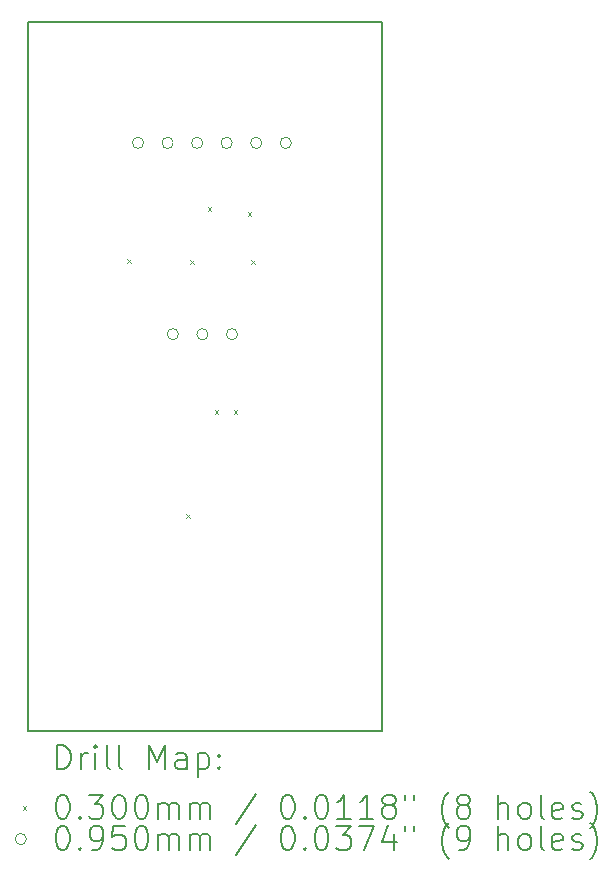
<source format=gbr>
%TF.GenerationSoftware,KiCad,Pcbnew,9.0.4*%
%TF.CreationDate,2025-10-04T14:05:03+04:00*%
%TF.ProjectId,handheld1_motion4sim_FO41AFC70E184,68616e64-6865-46c6-9431-5f6d6f74696f,rev?*%
%TF.SameCoordinates,Original*%
%TF.FileFunction,Drillmap*%
%TF.FilePolarity,Positive*%
%FSLAX45Y45*%
G04 Gerber Fmt 4.5, Leading zero omitted, Abs format (unit mm)*
G04 Created by KiCad (PCBNEW 9.0.4) date 2025-10-04 14:05:03*
%MOMM*%
%LPD*%
G01*
G04 APERTURE LIST*
%ADD10C,0.200000*%
%ADD11C,0.100000*%
G04 APERTURE END LIST*
D10*
X13140000Y-6580000D02*
X16140000Y-6580000D01*
X16140000Y-12580000D01*
X13140000Y-12580000D01*
X13140000Y-6580000D01*
D11*
X13985000Y-8585000D02*
X14015000Y-8615000D01*
X14015000Y-8585000D02*
X13985000Y-8615000D01*
X14485000Y-10745000D02*
X14515000Y-10775000D01*
X14515000Y-10745000D02*
X14485000Y-10775000D01*
X14515000Y-8595000D02*
X14545000Y-8625000D01*
X14545000Y-8595000D02*
X14515000Y-8625000D01*
X14665000Y-8145000D02*
X14695000Y-8175000D01*
X14695000Y-8145000D02*
X14665000Y-8175000D01*
X14725000Y-9865000D02*
X14755000Y-9895000D01*
X14755000Y-9865000D02*
X14725000Y-9895000D01*
X14885000Y-9865000D02*
X14915000Y-9895000D01*
X14915000Y-9865000D02*
X14885000Y-9895000D01*
X15005000Y-8185000D02*
X15035000Y-8215000D01*
X15035000Y-8185000D02*
X15005000Y-8215000D01*
X15035000Y-8595000D02*
X15065000Y-8625000D01*
X15065000Y-8595000D02*
X15035000Y-8625000D01*
X14122500Y-7600000D02*
G75*
G02*
X14027500Y-7600000I-47500J0D01*
G01*
X14027500Y-7600000D02*
G75*
G02*
X14122500Y-7600000I47500J0D01*
G01*
X14372500Y-7600000D02*
G75*
G02*
X14277500Y-7600000I-47500J0D01*
G01*
X14277500Y-7600000D02*
G75*
G02*
X14372500Y-7600000I47500J0D01*
G01*
X14417500Y-9220000D02*
G75*
G02*
X14322500Y-9220000I-47500J0D01*
G01*
X14322500Y-9220000D02*
G75*
G02*
X14417500Y-9220000I47500J0D01*
G01*
X14622500Y-7600000D02*
G75*
G02*
X14527500Y-7600000I-47500J0D01*
G01*
X14527500Y-7600000D02*
G75*
G02*
X14622500Y-7600000I47500J0D01*
G01*
X14667500Y-9220000D02*
G75*
G02*
X14572500Y-9220000I-47500J0D01*
G01*
X14572500Y-9220000D02*
G75*
G02*
X14667500Y-9220000I47500J0D01*
G01*
X14872500Y-7600000D02*
G75*
G02*
X14777500Y-7600000I-47500J0D01*
G01*
X14777500Y-7600000D02*
G75*
G02*
X14872500Y-7600000I47500J0D01*
G01*
X14917500Y-9220000D02*
G75*
G02*
X14822500Y-9220000I-47500J0D01*
G01*
X14822500Y-9220000D02*
G75*
G02*
X14917500Y-9220000I47500J0D01*
G01*
X15122500Y-7600000D02*
G75*
G02*
X15027500Y-7600000I-47500J0D01*
G01*
X15027500Y-7600000D02*
G75*
G02*
X15122500Y-7600000I47500J0D01*
G01*
X15372500Y-7600000D02*
G75*
G02*
X15277500Y-7600000I-47500J0D01*
G01*
X15277500Y-7600000D02*
G75*
G02*
X15372500Y-7600000I47500J0D01*
G01*
D10*
X13390777Y-12901484D02*
X13390777Y-12701484D01*
X13390777Y-12701484D02*
X13438396Y-12701484D01*
X13438396Y-12701484D02*
X13466967Y-12711008D01*
X13466967Y-12711008D02*
X13486015Y-12730055D01*
X13486015Y-12730055D02*
X13495539Y-12749103D01*
X13495539Y-12749103D02*
X13505062Y-12787198D01*
X13505062Y-12787198D02*
X13505062Y-12815769D01*
X13505062Y-12815769D02*
X13495539Y-12853865D01*
X13495539Y-12853865D02*
X13486015Y-12872912D01*
X13486015Y-12872912D02*
X13466967Y-12891960D01*
X13466967Y-12891960D02*
X13438396Y-12901484D01*
X13438396Y-12901484D02*
X13390777Y-12901484D01*
X13590777Y-12901484D02*
X13590777Y-12768150D01*
X13590777Y-12806246D02*
X13600301Y-12787198D01*
X13600301Y-12787198D02*
X13609824Y-12777674D01*
X13609824Y-12777674D02*
X13628872Y-12768150D01*
X13628872Y-12768150D02*
X13647920Y-12768150D01*
X13714586Y-12901484D02*
X13714586Y-12768150D01*
X13714586Y-12701484D02*
X13705062Y-12711008D01*
X13705062Y-12711008D02*
X13714586Y-12720531D01*
X13714586Y-12720531D02*
X13724110Y-12711008D01*
X13724110Y-12711008D02*
X13714586Y-12701484D01*
X13714586Y-12701484D02*
X13714586Y-12720531D01*
X13838396Y-12901484D02*
X13819348Y-12891960D01*
X13819348Y-12891960D02*
X13809824Y-12872912D01*
X13809824Y-12872912D02*
X13809824Y-12701484D01*
X13943158Y-12901484D02*
X13924110Y-12891960D01*
X13924110Y-12891960D02*
X13914586Y-12872912D01*
X13914586Y-12872912D02*
X13914586Y-12701484D01*
X14171729Y-12901484D02*
X14171729Y-12701484D01*
X14171729Y-12701484D02*
X14238396Y-12844341D01*
X14238396Y-12844341D02*
X14305062Y-12701484D01*
X14305062Y-12701484D02*
X14305062Y-12901484D01*
X14486015Y-12901484D02*
X14486015Y-12796722D01*
X14486015Y-12796722D02*
X14476491Y-12777674D01*
X14476491Y-12777674D02*
X14457443Y-12768150D01*
X14457443Y-12768150D02*
X14419348Y-12768150D01*
X14419348Y-12768150D02*
X14400301Y-12777674D01*
X14486015Y-12891960D02*
X14466967Y-12901484D01*
X14466967Y-12901484D02*
X14419348Y-12901484D01*
X14419348Y-12901484D02*
X14400301Y-12891960D01*
X14400301Y-12891960D02*
X14390777Y-12872912D01*
X14390777Y-12872912D02*
X14390777Y-12853865D01*
X14390777Y-12853865D02*
X14400301Y-12834817D01*
X14400301Y-12834817D02*
X14419348Y-12825293D01*
X14419348Y-12825293D02*
X14466967Y-12825293D01*
X14466967Y-12825293D02*
X14486015Y-12815769D01*
X14581253Y-12768150D02*
X14581253Y-12968150D01*
X14581253Y-12777674D02*
X14600301Y-12768150D01*
X14600301Y-12768150D02*
X14638396Y-12768150D01*
X14638396Y-12768150D02*
X14657443Y-12777674D01*
X14657443Y-12777674D02*
X14666967Y-12787198D01*
X14666967Y-12787198D02*
X14676491Y-12806246D01*
X14676491Y-12806246D02*
X14676491Y-12863388D01*
X14676491Y-12863388D02*
X14666967Y-12882436D01*
X14666967Y-12882436D02*
X14657443Y-12891960D01*
X14657443Y-12891960D02*
X14638396Y-12901484D01*
X14638396Y-12901484D02*
X14600301Y-12901484D01*
X14600301Y-12901484D02*
X14581253Y-12891960D01*
X14762205Y-12882436D02*
X14771729Y-12891960D01*
X14771729Y-12891960D02*
X14762205Y-12901484D01*
X14762205Y-12901484D02*
X14752682Y-12891960D01*
X14752682Y-12891960D02*
X14762205Y-12882436D01*
X14762205Y-12882436D02*
X14762205Y-12901484D01*
X14762205Y-12777674D02*
X14771729Y-12787198D01*
X14771729Y-12787198D02*
X14762205Y-12796722D01*
X14762205Y-12796722D02*
X14752682Y-12787198D01*
X14752682Y-12787198D02*
X14762205Y-12777674D01*
X14762205Y-12777674D02*
X14762205Y-12796722D01*
D11*
X13100000Y-13215000D02*
X13130000Y-13245000D01*
X13130000Y-13215000D02*
X13100000Y-13245000D01*
D10*
X13428872Y-13121484D02*
X13447920Y-13121484D01*
X13447920Y-13121484D02*
X13466967Y-13131008D01*
X13466967Y-13131008D02*
X13476491Y-13140531D01*
X13476491Y-13140531D02*
X13486015Y-13159579D01*
X13486015Y-13159579D02*
X13495539Y-13197674D01*
X13495539Y-13197674D02*
X13495539Y-13245293D01*
X13495539Y-13245293D02*
X13486015Y-13283388D01*
X13486015Y-13283388D02*
X13476491Y-13302436D01*
X13476491Y-13302436D02*
X13466967Y-13311960D01*
X13466967Y-13311960D02*
X13447920Y-13321484D01*
X13447920Y-13321484D02*
X13428872Y-13321484D01*
X13428872Y-13321484D02*
X13409824Y-13311960D01*
X13409824Y-13311960D02*
X13400301Y-13302436D01*
X13400301Y-13302436D02*
X13390777Y-13283388D01*
X13390777Y-13283388D02*
X13381253Y-13245293D01*
X13381253Y-13245293D02*
X13381253Y-13197674D01*
X13381253Y-13197674D02*
X13390777Y-13159579D01*
X13390777Y-13159579D02*
X13400301Y-13140531D01*
X13400301Y-13140531D02*
X13409824Y-13131008D01*
X13409824Y-13131008D02*
X13428872Y-13121484D01*
X13581253Y-13302436D02*
X13590777Y-13311960D01*
X13590777Y-13311960D02*
X13581253Y-13321484D01*
X13581253Y-13321484D02*
X13571729Y-13311960D01*
X13571729Y-13311960D02*
X13581253Y-13302436D01*
X13581253Y-13302436D02*
X13581253Y-13321484D01*
X13657443Y-13121484D02*
X13781253Y-13121484D01*
X13781253Y-13121484D02*
X13714586Y-13197674D01*
X13714586Y-13197674D02*
X13743158Y-13197674D01*
X13743158Y-13197674D02*
X13762205Y-13207198D01*
X13762205Y-13207198D02*
X13771729Y-13216722D01*
X13771729Y-13216722D02*
X13781253Y-13235769D01*
X13781253Y-13235769D02*
X13781253Y-13283388D01*
X13781253Y-13283388D02*
X13771729Y-13302436D01*
X13771729Y-13302436D02*
X13762205Y-13311960D01*
X13762205Y-13311960D02*
X13743158Y-13321484D01*
X13743158Y-13321484D02*
X13686015Y-13321484D01*
X13686015Y-13321484D02*
X13666967Y-13311960D01*
X13666967Y-13311960D02*
X13657443Y-13302436D01*
X13905062Y-13121484D02*
X13924110Y-13121484D01*
X13924110Y-13121484D02*
X13943158Y-13131008D01*
X13943158Y-13131008D02*
X13952682Y-13140531D01*
X13952682Y-13140531D02*
X13962205Y-13159579D01*
X13962205Y-13159579D02*
X13971729Y-13197674D01*
X13971729Y-13197674D02*
X13971729Y-13245293D01*
X13971729Y-13245293D02*
X13962205Y-13283388D01*
X13962205Y-13283388D02*
X13952682Y-13302436D01*
X13952682Y-13302436D02*
X13943158Y-13311960D01*
X13943158Y-13311960D02*
X13924110Y-13321484D01*
X13924110Y-13321484D02*
X13905062Y-13321484D01*
X13905062Y-13321484D02*
X13886015Y-13311960D01*
X13886015Y-13311960D02*
X13876491Y-13302436D01*
X13876491Y-13302436D02*
X13866967Y-13283388D01*
X13866967Y-13283388D02*
X13857443Y-13245293D01*
X13857443Y-13245293D02*
X13857443Y-13197674D01*
X13857443Y-13197674D02*
X13866967Y-13159579D01*
X13866967Y-13159579D02*
X13876491Y-13140531D01*
X13876491Y-13140531D02*
X13886015Y-13131008D01*
X13886015Y-13131008D02*
X13905062Y-13121484D01*
X14095539Y-13121484D02*
X14114586Y-13121484D01*
X14114586Y-13121484D02*
X14133634Y-13131008D01*
X14133634Y-13131008D02*
X14143158Y-13140531D01*
X14143158Y-13140531D02*
X14152682Y-13159579D01*
X14152682Y-13159579D02*
X14162205Y-13197674D01*
X14162205Y-13197674D02*
X14162205Y-13245293D01*
X14162205Y-13245293D02*
X14152682Y-13283388D01*
X14152682Y-13283388D02*
X14143158Y-13302436D01*
X14143158Y-13302436D02*
X14133634Y-13311960D01*
X14133634Y-13311960D02*
X14114586Y-13321484D01*
X14114586Y-13321484D02*
X14095539Y-13321484D01*
X14095539Y-13321484D02*
X14076491Y-13311960D01*
X14076491Y-13311960D02*
X14066967Y-13302436D01*
X14066967Y-13302436D02*
X14057443Y-13283388D01*
X14057443Y-13283388D02*
X14047920Y-13245293D01*
X14047920Y-13245293D02*
X14047920Y-13197674D01*
X14047920Y-13197674D02*
X14057443Y-13159579D01*
X14057443Y-13159579D02*
X14066967Y-13140531D01*
X14066967Y-13140531D02*
X14076491Y-13131008D01*
X14076491Y-13131008D02*
X14095539Y-13121484D01*
X14247920Y-13321484D02*
X14247920Y-13188150D01*
X14247920Y-13207198D02*
X14257443Y-13197674D01*
X14257443Y-13197674D02*
X14276491Y-13188150D01*
X14276491Y-13188150D02*
X14305063Y-13188150D01*
X14305063Y-13188150D02*
X14324110Y-13197674D01*
X14324110Y-13197674D02*
X14333634Y-13216722D01*
X14333634Y-13216722D02*
X14333634Y-13321484D01*
X14333634Y-13216722D02*
X14343158Y-13197674D01*
X14343158Y-13197674D02*
X14362205Y-13188150D01*
X14362205Y-13188150D02*
X14390777Y-13188150D01*
X14390777Y-13188150D02*
X14409824Y-13197674D01*
X14409824Y-13197674D02*
X14419348Y-13216722D01*
X14419348Y-13216722D02*
X14419348Y-13321484D01*
X14514586Y-13321484D02*
X14514586Y-13188150D01*
X14514586Y-13207198D02*
X14524110Y-13197674D01*
X14524110Y-13197674D02*
X14543158Y-13188150D01*
X14543158Y-13188150D02*
X14571729Y-13188150D01*
X14571729Y-13188150D02*
X14590777Y-13197674D01*
X14590777Y-13197674D02*
X14600301Y-13216722D01*
X14600301Y-13216722D02*
X14600301Y-13321484D01*
X14600301Y-13216722D02*
X14609824Y-13197674D01*
X14609824Y-13197674D02*
X14628872Y-13188150D01*
X14628872Y-13188150D02*
X14657443Y-13188150D01*
X14657443Y-13188150D02*
X14676491Y-13197674D01*
X14676491Y-13197674D02*
X14686015Y-13216722D01*
X14686015Y-13216722D02*
X14686015Y-13321484D01*
X15076491Y-13111960D02*
X14905063Y-13369103D01*
X15333634Y-13121484D02*
X15352682Y-13121484D01*
X15352682Y-13121484D02*
X15371729Y-13131008D01*
X15371729Y-13131008D02*
X15381253Y-13140531D01*
X15381253Y-13140531D02*
X15390777Y-13159579D01*
X15390777Y-13159579D02*
X15400301Y-13197674D01*
X15400301Y-13197674D02*
X15400301Y-13245293D01*
X15400301Y-13245293D02*
X15390777Y-13283388D01*
X15390777Y-13283388D02*
X15381253Y-13302436D01*
X15381253Y-13302436D02*
X15371729Y-13311960D01*
X15371729Y-13311960D02*
X15352682Y-13321484D01*
X15352682Y-13321484D02*
X15333634Y-13321484D01*
X15333634Y-13321484D02*
X15314586Y-13311960D01*
X15314586Y-13311960D02*
X15305063Y-13302436D01*
X15305063Y-13302436D02*
X15295539Y-13283388D01*
X15295539Y-13283388D02*
X15286015Y-13245293D01*
X15286015Y-13245293D02*
X15286015Y-13197674D01*
X15286015Y-13197674D02*
X15295539Y-13159579D01*
X15295539Y-13159579D02*
X15305063Y-13140531D01*
X15305063Y-13140531D02*
X15314586Y-13131008D01*
X15314586Y-13131008D02*
X15333634Y-13121484D01*
X15486015Y-13302436D02*
X15495539Y-13311960D01*
X15495539Y-13311960D02*
X15486015Y-13321484D01*
X15486015Y-13321484D02*
X15476491Y-13311960D01*
X15476491Y-13311960D02*
X15486015Y-13302436D01*
X15486015Y-13302436D02*
X15486015Y-13321484D01*
X15619348Y-13121484D02*
X15638396Y-13121484D01*
X15638396Y-13121484D02*
X15657444Y-13131008D01*
X15657444Y-13131008D02*
X15666967Y-13140531D01*
X15666967Y-13140531D02*
X15676491Y-13159579D01*
X15676491Y-13159579D02*
X15686015Y-13197674D01*
X15686015Y-13197674D02*
X15686015Y-13245293D01*
X15686015Y-13245293D02*
X15676491Y-13283388D01*
X15676491Y-13283388D02*
X15666967Y-13302436D01*
X15666967Y-13302436D02*
X15657444Y-13311960D01*
X15657444Y-13311960D02*
X15638396Y-13321484D01*
X15638396Y-13321484D02*
X15619348Y-13321484D01*
X15619348Y-13321484D02*
X15600301Y-13311960D01*
X15600301Y-13311960D02*
X15590777Y-13302436D01*
X15590777Y-13302436D02*
X15581253Y-13283388D01*
X15581253Y-13283388D02*
X15571729Y-13245293D01*
X15571729Y-13245293D02*
X15571729Y-13197674D01*
X15571729Y-13197674D02*
X15581253Y-13159579D01*
X15581253Y-13159579D02*
X15590777Y-13140531D01*
X15590777Y-13140531D02*
X15600301Y-13131008D01*
X15600301Y-13131008D02*
X15619348Y-13121484D01*
X15876491Y-13321484D02*
X15762206Y-13321484D01*
X15819348Y-13321484D02*
X15819348Y-13121484D01*
X15819348Y-13121484D02*
X15800301Y-13150055D01*
X15800301Y-13150055D02*
X15781253Y-13169103D01*
X15781253Y-13169103D02*
X15762206Y-13178627D01*
X16066967Y-13321484D02*
X15952682Y-13321484D01*
X16009825Y-13321484D02*
X16009825Y-13121484D01*
X16009825Y-13121484D02*
X15990777Y-13150055D01*
X15990777Y-13150055D02*
X15971729Y-13169103D01*
X15971729Y-13169103D02*
X15952682Y-13178627D01*
X16181253Y-13207198D02*
X16162206Y-13197674D01*
X16162206Y-13197674D02*
X16152682Y-13188150D01*
X16152682Y-13188150D02*
X16143158Y-13169103D01*
X16143158Y-13169103D02*
X16143158Y-13159579D01*
X16143158Y-13159579D02*
X16152682Y-13140531D01*
X16152682Y-13140531D02*
X16162206Y-13131008D01*
X16162206Y-13131008D02*
X16181253Y-13121484D01*
X16181253Y-13121484D02*
X16219348Y-13121484D01*
X16219348Y-13121484D02*
X16238396Y-13131008D01*
X16238396Y-13131008D02*
X16247920Y-13140531D01*
X16247920Y-13140531D02*
X16257444Y-13159579D01*
X16257444Y-13159579D02*
X16257444Y-13169103D01*
X16257444Y-13169103D02*
X16247920Y-13188150D01*
X16247920Y-13188150D02*
X16238396Y-13197674D01*
X16238396Y-13197674D02*
X16219348Y-13207198D01*
X16219348Y-13207198D02*
X16181253Y-13207198D01*
X16181253Y-13207198D02*
X16162206Y-13216722D01*
X16162206Y-13216722D02*
X16152682Y-13226246D01*
X16152682Y-13226246D02*
X16143158Y-13245293D01*
X16143158Y-13245293D02*
X16143158Y-13283388D01*
X16143158Y-13283388D02*
X16152682Y-13302436D01*
X16152682Y-13302436D02*
X16162206Y-13311960D01*
X16162206Y-13311960D02*
X16181253Y-13321484D01*
X16181253Y-13321484D02*
X16219348Y-13321484D01*
X16219348Y-13321484D02*
X16238396Y-13311960D01*
X16238396Y-13311960D02*
X16247920Y-13302436D01*
X16247920Y-13302436D02*
X16257444Y-13283388D01*
X16257444Y-13283388D02*
X16257444Y-13245293D01*
X16257444Y-13245293D02*
X16247920Y-13226246D01*
X16247920Y-13226246D02*
X16238396Y-13216722D01*
X16238396Y-13216722D02*
X16219348Y-13207198D01*
X16333634Y-13121484D02*
X16333634Y-13159579D01*
X16409825Y-13121484D02*
X16409825Y-13159579D01*
X16705063Y-13397674D02*
X16695539Y-13388150D01*
X16695539Y-13388150D02*
X16676491Y-13359579D01*
X16676491Y-13359579D02*
X16666968Y-13340531D01*
X16666968Y-13340531D02*
X16657444Y-13311960D01*
X16657444Y-13311960D02*
X16647920Y-13264341D01*
X16647920Y-13264341D02*
X16647920Y-13226246D01*
X16647920Y-13226246D02*
X16657444Y-13178627D01*
X16657444Y-13178627D02*
X16666968Y-13150055D01*
X16666968Y-13150055D02*
X16676491Y-13131008D01*
X16676491Y-13131008D02*
X16695539Y-13102436D01*
X16695539Y-13102436D02*
X16705063Y-13092912D01*
X16809825Y-13207198D02*
X16790777Y-13197674D01*
X16790777Y-13197674D02*
X16781253Y-13188150D01*
X16781253Y-13188150D02*
X16771729Y-13169103D01*
X16771729Y-13169103D02*
X16771729Y-13159579D01*
X16771729Y-13159579D02*
X16781253Y-13140531D01*
X16781253Y-13140531D02*
X16790777Y-13131008D01*
X16790777Y-13131008D02*
X16809825Y-13121484D01*
X16809825Y-13121484D02*
X16847920Y-13121484D01*
X16847920Y-13121484D02*
X16866968Y-13131008D01*
X16866968Y-13131008D02*
X16876491Y-13140531D01*
X16876491Y-13140531D02*
X16886015Y-13159579D01*
X16886015Y-13159579D02*
X16886015Y-13169103D01*
X16886015Y-13169103D02*
X16876491Y-13188150D01*
X16876491Y-13188150D02*
X16866968Y-13197674D01*
X16866968Y-13197674D02*
X16847920Y-13207198D01*
X16847920Y-13207198D02*
X16809825Y-13207198D01*
X16809825Y-13207198D02*
X16790777Y-13216722D01*
X16790777Y-13216722D02*
X16781253Y-13226246D01*
X16781253Y-13226246D02*
X16771729Y-13245293D01*
X16771729Y-13245293D02*
X16771729Y-13283388D01*
X16771729Y-13283388D02*
X16781253Y-13302436D01*
X16781253Y-13302436D02*
X16790777Y-13311960D01*
X16790777Y-13311960D02*
X16809825Y-13321484D01*
X16809825Y-13321484D02*
X16847920Y-13321484D01*
X16847920Y-13321484D02*
X16866968Y-13311960D01*
X16866968Y-13311960D02*
X16876491Y-13302436D01*
X16876491Y-13302436D02*
X16886015Y-13283388D01*
X16886015Y-13283388D02*
X16886015Y-13245293D01*
X16886015Y-13245293D02*
X16876491Y-13226246D01*
X16876491Y-13226246D02*
X16866968Y-13216722D01*
X16866968Y-13216722D02*
X16847920Y-13207198D01*
X17124111Y-13321484D02*
X17124111Y-13121484D01*
X17209825Y-13321484D02*
X17209825Y-13216722D01*
X17209825Y-13216722D02*
X17200301Y-13197674D01*
X17200301Y-13197674D02*
X17181253Y-13188150D01*
X17181253Y-13188150D02*
X17152682Y-13188150D01*
X17152682Y-13188150D02*
X17133634Y-13197674D01*
X17133634Y-13197674D02*
X17124111Y-13207198D01*
X17333634Y-13321484D02*
X17314587Y-13311960D01*
X17314587Y-13311960D02*
X17305063Y-13302436D01*
X17305063Y-13302436D02*
X17295539Y-13283388D01*
X17295539Y-13283388D02*
X17295539Y-13226246D01*
X17295539Y-13226246D02*
X17305063Y-13207198D01*
X17305063Y-13207198D02*
X17314587Y-13197674D01*
X17314587Y-13197674D02*
X17333634Y-13188150D01*
X17333634Y-13188150D02*
X17362206Y-13188150D01*
X17362206Y-13188150D02*
X17381253Y-13197674D01*
X17381253Y-13197674D02*
X17390777Y-13207198D01*
X17390777Y-13207198D02*
X17400301Y-13226246D01*
X17400301Y-13226246D02*
X17400301Y-13283388D01*
X17400301Y-13283388D02*
X17390777Y-13302436D01*
X17390777Y-13302436D02*
X17381253Y-13311960D01*
X17381253Y-13311960D02*
X17362206Y-13321484D01*
X17362206Y-13321484D02*
X17333634Y-13321484D01*
X17514587Y-13321484D02*
X17495539Y-13311960D01*
X17495539Y-13311960D02*
X17486015Y-13292912D01*
X17486015Y-13292912D02*
X17486015Y-13121484D01*
X17666968Y-13311960D02*
X17647920Y-13321484D01*
X17647920Y-13321484D02*
X17609825Y-13321484D01*
X17609825Y-13321484D02*
X17590777Y-13311960D01*
X17590777Y-13311960D02*
X17581253Y-13292912D01*
X17581253Y-13292912D02*
X17581253Y-13216722D01*
X17581253Y-13216722D02*
X17590777Y-13197674D01*
X17590777Y-13197674D02*
X17609825Y-13188150D01*
X17609825Y-13188150D02*
X17647920Y-13188150D01*
X17647920Y-13188150D02*
X17666968Y-13197674D01*
X17666968Y-13197674D02*
X17676492Y-13216722D01*
X17676492Y-13216722D02*
X17676492Y-13235769D01*
X17676492Y-13235769D02*
X17581253Y-13254817D01*
X17752682Y-13311960D02*
X17771730Y-13321484D01*
X17771730Y-13321484D02*
X17809825Y-13321484D01*
X17809825Y-13321484D02*
X17828873Y-13311960D01*
X17828873Y-13311960D02*
X17838396Y-13292912D01*
X17838396Y-13292912D02*
X17838396Y-13283388D01*
X17838396Y-13283388D02*
X17828873Y-13264341D01*
X17828873Y-13264341D02*
X17809825Y-13254817D01*
X17809825Y-13254817D02*
X17781253Y-13254817D01*
X17781253Y-13254817D02*
X17762206Y-13245293D01*
X17762206Y-13245293D02*
X17752682Y-13226246D01*
X17752682Y-13226246D02*
X17752682Y-13216722D01*
X17752682Y-13216722D02*
X17762206Y-13197674D01*
X17762206Y-13197674D02*
X17781253Y-13188150D01*
X17781253Y-13188150D02*
X17809825Y-13188150D01*
X17809825Y-13188150D02*
X17828873Y-13197674D01*
X17905063Y-13397674D02*
X17914587Y-13388150D01*
X17914587Y-13388150D02*
X17933634Y-13359579D01*
X17933634Y-13359579D02*
X17943158Y-13340531D01*
X17943158Y-13340531D02*
X17952682Y-13311960D01*
X17952682Y-13311960D02*
X17962206Y-13264341D01*
X17962206Y-13264341D02*
X17962206Y-13226246D01*
X17962206Y-13226246D02*
X17952682Y-13178627D01*
X17952682Y-13178627D02*
X17943158Y-13150055D01*
X17943158Y-13150055D02*
X17933634Y-13131008D01*
X17933634Y-13131008D02*
X17914587Y-13102436D01*
X17914587Y-13102436D02*
X17905063Y-13092912D01*
D11*
X13130000Y-13494000D02*
G75*
G02*
X13035000Y-13494000I-47500J0D01*
G01*
X13035000Y-13494000D02*
G75*
G02*
X13130000Y-13494000I47500J0D01*
G01*
D10*
X13428872Y-13385484D02*
X13447920Y-13385484D01*
X13447920Y-13385484D02*
X13466967Y-13395008D01*
X13466967Y-13395008D02*
X13476491Y-13404531D01*
X13476491Y-13404531D02*
X13486015Y-13423579D01*
X13486015Y-13423579D02*
X13495539Y-13461674D01*
X13495539Y-13461674D02*
X13495539Y-13509293D01*
X13495539Y-13509293D02*
X13486015Y-13547388D01*
X13486015Y-13547388D02*
X13476491Y-13566436D01*
X13476491Y-13566436D02*
X13466967Y-13575960D01*
X13466967Y-13575960D02*
X13447920Y-13585484D01*
X13447920Y-13585484D02*
X13428872Y-13585484D01*
X13428872Y-13585484D02*
X13409824Y-13575960D01*
X13409824Y-13575960D02*
X13400301Y-13566436D01*
X13400301Y-13566436D02*
X13390777Y-13547388D01*
X13390777Y-13547388D02*
X13381253Y-13509293D01*
X13381253Y-13509293D02*
X13381253Y-13461674D01*
X13381253Y-13461674D02*
X13390777Y-13423579D01*
X13390777Y-13423579D02*
X13400301Y-13404531D01*
X13400301Y-13404531D02*
X13409824Y-13395008D01*
X13409824Y-13395008D02*
X13428872Y-13385484D01*
X13581253Y-13566436D02*
X13590777Y-13575960D01*
X13590777Y-13575960D02*
X13581253Y-13585484D01*
X13581253Y-13585484D02*
X13571729Y-13575960D01*
X13571729Y-13575960D02*
X13581253Y-13566436D01*
X13581253Y-13566436D02*
X13581253Y-13585484D01*
X13686015Y-13585484D02*
X13724110Y-13585484D01*
X13724110Y-13585484D02*
X13743158Y-13575960D01*
X13743158Y-13575960D02*
X13752682Y-13566436D01*
X13752682Y-13566436D02*
X13771729Y-13537865D01*
X13771729Y-13537865D02*
X13781253Y-13499769D01*
X13781253Y-13499769D02*
X13781253Y-13423579D01*
X13781253Y-13423579D02*
X13771729Y-13404531D01*
X13771729Y-13404531D02*
X13762205Y-13395008D01*
X13762205Y-13395008D02*
X13743158Y-13385484D01*
X13743158Y-13385484D02*
X13705062Y-13385484D01*
X13705062Y-13385484D02*
X13686015Y-13395008D01*
X13686015Y-13395008D02*
X13676491Y-13404531D01*
X13676491Y-13404531D02*
X13666967Y-13423579D01*
X13666967Y-13423579D02*
X13666967Y-13471198D01*
X13666967Y-13471198D02*
X13676491Y-13490246D01*
X13676491Y-13490246D02*
X13686015Y-13499769D01*
X13686015Y-13499769D02*
X13705062Y-13509293D01*
X13705062Y-13509293D02*
X13743158Y-13509293D01*
X13743158Y-13509293D02*
X13762205Y-13499769D01*
X13762205Y-13499769D02*
X13771729Y-13490246D01*
X13771729Y-13490246D02*
X13781253Y-13471198D01*
X13962205Y-13385484D02*
X13866967Y-13385484D01*
X13866967Y-13385484D02*
X13857443Y-13480722D01*
X13857443Y-13480722D02*
X13866967Y-13471198D01*
X13866967Y-13471198D02*
X13886015Y-13461674D01*
X13886015Y-13461674D02*
X13933634Y-13461674D01*
X13933634Y-13461674D02*
X13952682Y-13471198D01*
X13952682Y-13471198D02*
X13962205Y-13480722D01*
X13962205Y-13480722D02*
X13971729Y-13499769D01*
X13971729Y-13499769D02*
X13971729Y-13547388D01*
X13971729Y-13547388D02*
X13962205Y-13566436D01*
X13962205Y-13566436D02*
X13952682Y-13575960D01*
X13952682Y-13575960D02*
X13933634Y-13585484D01*
X13933634Y-13585484D02*
X13886015Y-13585484D01*
X13886015Y-13585484D02*
X13866967Y-13575960D01*
X13866967Y-13575960D02*
X13857443Y-13566436D01*
X14095539Y-13385484D02*
X14114586Y-13385484D01*
X14114586Y-13385484D02*
X14133634Y-13395008D01*
X14133634Y-13395008D02*
X14143158Y-13404531D01*
X14143158Y-13404531D02*
X14152682Y-13423579D01*
X14152682Y-13423579D02*
X14162205Y-13461674D01*
X14162205Y-13461674D02*
X14162205Y-13509293D01*
X14162205Y-13509293D02*
X14152682Y-13547388D01*
X14152682Y-13547388D02*
X14143158Y-13566436D01*
X14143158Y-13566436D02*
X14133634Y-13575960D01*
X14133634Y-13575960D02*
X14114586Y-13585484D01*
X14114586Y-13585484D02*
X14095539Y-13585484D01*
X14095539Y-13585484D02*
X14076491Y-13575960D01*
X14076491Y-13575960D02*
X14066967Y-13566436D01*
X14066967Y-13566436D02*
X14057443Y-13547388D01*
X14057443Y-13547388D02*
X14047920Y-13509293D01*
X14047920Y-13509293D02*
X14047920Y-13461674D01*
X14047920Y-13461674D02*
X14057443Y-13423579D01*
X14057443Y-13423579D02*
X14066967Y-13404531D01*
X14066967Y-13404531D02*
X14076491Y-13395008D01*
X14076491Y-13395008D02*
X14095539Y-13385484D01*
X14247920Y-13585484D02*
X14247920Y-13452150D01*
X14247920Y-13471198D02*
X14257443Y-13461674D01*
X14257443Y-13461674D02*
X14276491Y-13452150D01*
X14276491Y-13452150D02*
X14305063Y-13452150D01*
X14305063Y-13452150D02*
X14324110Y-13461674D01*
X14324110Y-13461674D02*
X14333634Y-13480722D01*
X14333634Y-13480722D02*
X14333634Y-13585484D01*
X14333634Y-13480722D02*
X14343158Y-13461674D01*
X14343158Y-13461674D02*
X14362205Y-13452150D01*
X14362205Y-13452150D02*
X14390777Y-13452150D01*
X14390777Y-13452150D02*
X14409824Y-13461674D01*
X14409824Y-13461674D02*
X14419348Y-13480722D01*
X14419348Y-13480722D02*
X14419348Y-13585484D01*
X14514586Y-13585484D02*
X14514586Y-13452150D01*
X14514586Y-13471198D02*
X14524110Y-13461674D01*
X14524110Y-13461674D02*
X14543158Y-13452150D01*
X14543158Y-13452150D02*
X14571729Y-13452150D01*
X14571729Y-13452150D02*
X14590777Y-13461674D01*
X14590777Y-13461674D02*
X14600301Y-13480722D01*
X14600301Y-13480722D02*
X14600301Y-13585484D01*
X14600301Y-13480722D02*
X14609824Y-13461674D01*
X14609824Y-13461674D02*
X14628872Y-13452150D01*
X14628872Y-13452150D02*
X14657443Y-13452150D01*
X14657443Y-13452150D02*
X14676491Y-13461674D01*
X14676491Y-13461674D02*
X14686015Y-13480722D01*
X14686015Y-13480722D02*
X14686015Y-13585484D01*
X15076491Y-13375960D02*
X14905063Y-13633103D01*
X15333634Y-13385484D02*
X15352682Y-13385484D01*
X15352682Y-13385484D02*
X15371729Y-13395008D01*
X15371729Y-13395008D02*
X15381253Y-13404531D01*
X15381253Y-13404531D02*
X15390777Y-13423579D01*
X15390777Y-13423579D02*
X15400301Y-13461674D01*
X15400301Y-13461674D02*
X15400301Y-13509293D01*
X15400301Y-13509293D02*
X15390777Y-13547388D01*
X15390777Y-13547388D02*
X15381253Y-13566436D01*
X15381253Y-13566436D02*
X15371729Y-13575960D01*
X15371729Y-13575960D02*
X15352682Y-13585484D01*
X15352682Y-13585484D02*
X15333634Y-13585484D01*
X15333634Y-13585484D02*
X15314586Y-13575960D01*
X15314586Y-13575960D02*
X15305063Y-13566436D01*
X15305063Y-13566436D02*
X15295539Y-13547388D01*
X15295539Y-13547388D02*
X15286015Y-13509293D01*
X15286015Y-13509293D02*
X15286015Y-13461674D01*
X15286015Y-13461674D02*
X15295539Y-13423579D01*
X15295539Y-13423579D02*
X15305063Y-13404531D01*
X15305063Y-13404531D02*
X15314586Y-13395008D01*
X15314586Y-13395008D02*
X15333634Y-13385484D01*
X15486015Y-13566436D02*
X15495539Y-13575960D01*
X15495539Y-13575960D02*
X15486015Y-13585484D01*
X15486015Y-13585484D02*
X15476491Y-13575960D01*
X15476491Y-13575960D02*
X15486015Y-13566436D01*
X15486015Y-13566436D02*
X15486015Y-13585484D01*
X15619348Y-13385484D02*
X15638396Y-13385484D01*
X15638396Y-13385484D02*
X15657444Y-13395008D01*
X15657444Y-13395008D02*
X15666967Y-13404531D01*
X15666967Y-13404531D02*
X15676491Y-13423579D01*
X15676491Y-13423579D02*
X15686015Y-13461674D01*
X15686015Y-13461674D02*
X15686015Y-13509293D01*
X15686015Y-13509293D02*
X15676491Y-13547388D01*
X15676491Y-13547388D02*
X15666967Y-13566436D01*
X15666967Y-13566436D02*
X15657444Y-13575960D01*
X15657444Y-13575960D02*
X15638396Y-13585484D01*
X15638396Y-13585484D02*
X15619348Y-13585484D01*
X15619348Y-13585484D02*
X15600301Y-13575960D01*
X15600301Y-13575960D02*
X15590777Y-13566436D01*
X15590777Y-13566436D02*
X15581253Y-13547388D01*
X15581253Y-13547388D02*
X15571729Y-13509293D01*
X15571729Y-13509293D02*
X15571729Y-13461674D01*
X15571729Y-13461674D02*
X15581253Y-13423579D01*
X15581253Y-13423579D02*
X15590777Y-13404531D01*
X15590777Y-13404531D02*
X15600301Y-13395008D01*
X15600301Y-13395008D02*
X15619348Y-13385484D01*
X15752682Y-13385484D02*
X15876491Y-13385484D01*
X15876491Y-13385484D02*
X15809825Y-13461674D01*
X15809825Y-13461674D02*
X15838396Y-13461674D01*
X15838396Y-13461674D02*
X15857444Y-13471198D01*
X15857444Y-13471198D02*
X15866967Y-13480722D01*
X15866967Y-13480722D02*
X15876491Y-13499769D01*
X15876491Y-13499769D02*
X15876491Y-13547388D01*
X15876491Y-13547388D02*
X15866967Y-13566436D01*
X15866967Y-13566436D02*
X15857444Y-13575960D01*
X15857444Y-13575960D02*
X15838396Y-13585484D01*
X15838396Y-13585484D02*
X15781253Y-13585484D01*
X15781253Y-13585484D02*
X15762206Y-13575960D01*
X15762206Y-13575960D02*
X15752682Y-13566436D01*
X15943158Y-13385484D02*
X16076491Y-13385484D01*
X16076491Y-13385484D02*
X15990777Y-13585484D01*
X16238396Y-13452150D02*
X16238396Y-13585484D01*
X16190777Y-13375960D02*
X16143158Y-13518817D01*
X16143158Y-13518817D02*
X16266967Y-13518817D01*
X16333634Y-13385484D02*
X16333634Y-13423579D01*
X16409825Y-13385484D02*
X16409825Y-13423579D01*
X16705063Y-13661674D02*
X16695539Y-13652150D01*
X16695539Y-13652150D02*
X16676491Y-13623579D01*
X16676491Y-13623579D02*
X16666968Y-13604531D01*
X16666968Y-13604531D02*
X16657444Y-13575960D01*
X16657444Y-13575960D02*
X16647920Y-13528341D01*
X16647920Y-13528341D02*
X16647920Y-13490246D01*
X16647920Y-13490246D02*
X16657444Y-13442627D01*
X16657444Y-13442627D02*
X16666968Y-13414055D01*
X16666968Y-13414055D02*
X16676491Y-13395008D01*
X16676491Y-13395008D02*
X16695539Y-13366436D01*
X16695539Y-13366436D02*
X16705063Y-13356912D01*
X16790777Y-13585484D02*
X16828872Y-13585484D01*
X16828872Y-13585484D02*
X16847920Y-13575960D01*
X16847920Y-13575960D02*
X16857444Y-13566436D01*
X16857444Y-13566436D02*
X16876491Y-13537865D01*
X16876491Y-13537865D02*
X16886015Y-13499769D01*
X16886015Y-13499769D02*
X16886015Y-13423579D01*
X16886015Y-13423579D02*
X16876491Y-13404531D01*
X16876491Y-13404531D02*
X16866968Y-13395008D01*
X16866968Y-13395008D02*
X16847920Y-13385484D01*
X16847920Y-13385484D02*
X16809825Y-13385484D01*
X16809825Y-13385484D02*
X16790777Y-13395008D01*
X16790777Y-13395008D02*
X16781253Y-13404531D01*
X16781253Y-13404531D02*
X16771729Y-13423579D01*
X16771729Y-13423579D02*
X16771729Y-13471198D01*
X16771729Y-13471198D02*
X16781253Y-13490246D01*
X16781253Y-13490246D02*
X16790777Y-13499769D01*
X16790777Y-13499769D02*
X16809825Y-13509293D01*
X16809825Y-13509293D02*
X16847920Y-13509293D01*
X16847920Y-13509293D02*
X16866968Y-13499769D01*
X16866968Y-13499769D02*
X16876491Y-13490246D01*
X16876491Y-13490246D02*
X16886015Y-13471198D01*
X17124111Y-13585484D02*
X17124111Y-13385484D01*
X17209825Y-13585484D02*
X17209825Y-13480722D01*
X17209825Y-13480722D02*
X17200301Y-13461674D01*
X17200301Y-13461674D02*
X17181253Y-13452150D01*
X17181253Y-13452150D02*
X17152682Y-13452150D01*
X17152682Y-13452150D02*
X17133634Y-13461674D01*
X17133634Y-13461674D02*
X17124111Y-13471198D01*
X17333634Y-13585484D02*
X17314587Y-13575960D01*
X17314587Y-13575960D02*
X17305063Y-13566436D01*
X17305063Y-13566436D02*
X17295539Y-13547388D01*
X17295539Y-13547388D02*
X17295539Y-13490246D01*
X17295539Y-13490246D02*
X17305063Y-13471198D01*
X17305063Y-13471198D02*
X17314587Y-13461674D01*
X17314587Y-13461674D02*
X17333634Y-13452150D01*
X17333634Y-13452150D02*
X17362206Y-13452150D01*
X17362206Y-13452150D02*
X17381253Y-13461674D01*
X17381253Y-13461674D02*
X17390777Y-13471198D01*
X17390777Y-13471198D02*
X17400301Y-13490246D01*
X17400301Y-13490246D02*
X17400301Y-13547388D01*
X17400301Y-13547388D02*
X17390777Y-13566436D01*
X17390777Y-13566436D02*
X17381253Y-13575960D01*
X17381253Y-13575960D02*
X17362206Y-13585484D01*
X17362206Y-13585484D02*
X17333634Y-13585484D01*
X17514587Y-13585484D02*
X17495539Y-13575960D01*
X17495539Y-13575960D02*
X17486015Y-13556912D01*
X17486015Y-13556912D02*
X17486015Y-13385484D01*
X17666968Y-13575960D02*
X17647920Y-13585484D01*
X17647920Y-13585484D02*
X17609825Y-13585484D01*
X17609825Y-13585484D02*
X17590777Y-13575960D01*
X17590777Y-13575960D02*
X17581253Y-13556912D01*
X17581253Y-13556912D02*
X17581253Y-13480722D01*
X17581253Y-13480722D02*
X17590777Y-13461674D01*
X17590777Y-13461674D02*
X17609825Y-13452150D01*
X17609825Y-13452150D02*
X17647920Y-13452150D01*
X17647920Y-13452150D02*
X17666968Y-13461674D01*
X17666968Y-13461674D02*
X17676492Y-13480722D01*
X17676492Y-13480722D02*
X17676492Y-13499769D01*
X17676492Y-13499769D02*
X17581253Y-13518817D01*
X17752682Y-13575960D02*
X17771730Y-13585484D01*
X17771730Y-13585484D02*
X17809825Y-13585484D01*
X17809825Y-13585484D02*
X17828873Y-13575960D01*
X17828873Y-13575960D02*
X17838396Y-13556912D01*
X17838396Y-13556912D02*
X17838396Y-13547388D01*
X17838396Y-13547388D02*
X17828873Y-13528341D01*
X17828873Y-13528341D02*
X17809825Y-13518817D01*
X17809825Y-13518817D02*
X17781253Y-13518817D01*
X17781253Y-13518817D02*
X17762206Y-13509293D01*
X17762206Y-13509293D02*
X17752682Y-13490246D01*
X17752682Y-13490246D02*
X17752682Y-13480722D01*
X17752682Y-13480722D02*
X17762206Y-13461674D01*
X17762206Y-13461674D02*
X17781253Y-13452150D01*
X17781253Y-13452150D02*
X17809825Y-13452150D01*
X17809825Y-13452150D02*
X17828873Y-13461674D01*
X17905063Y-13661674D02*
X17914587Y-13652150D01*
X17914587Y-13652150D02*
X17933634Y-13623579D01*
X17933634Y-13623579D02*
X17943158Y-13604531D01*
X17943158Y-13604531D02*
X17952682Y-13575960D01*
X17952682Y-13575960D02*
X17962206Y-13528341D01*
X17962206Y-13528341D02*
X17962206Y-13490246D01*
X17962206Y-13490246D02*
X17952682Y-13442627D01*
X17952682Y-13442627D02*
X17943158Y-13414055D01*
X17943158Y-13414055D02*
X17933634Y-13395008D01*
X17933634Y-13395008D02*
X17914587Y-13366436D01*
X17914587Y-13366436D02*
X17905063Y-13356912D01*
M02*

</source>
